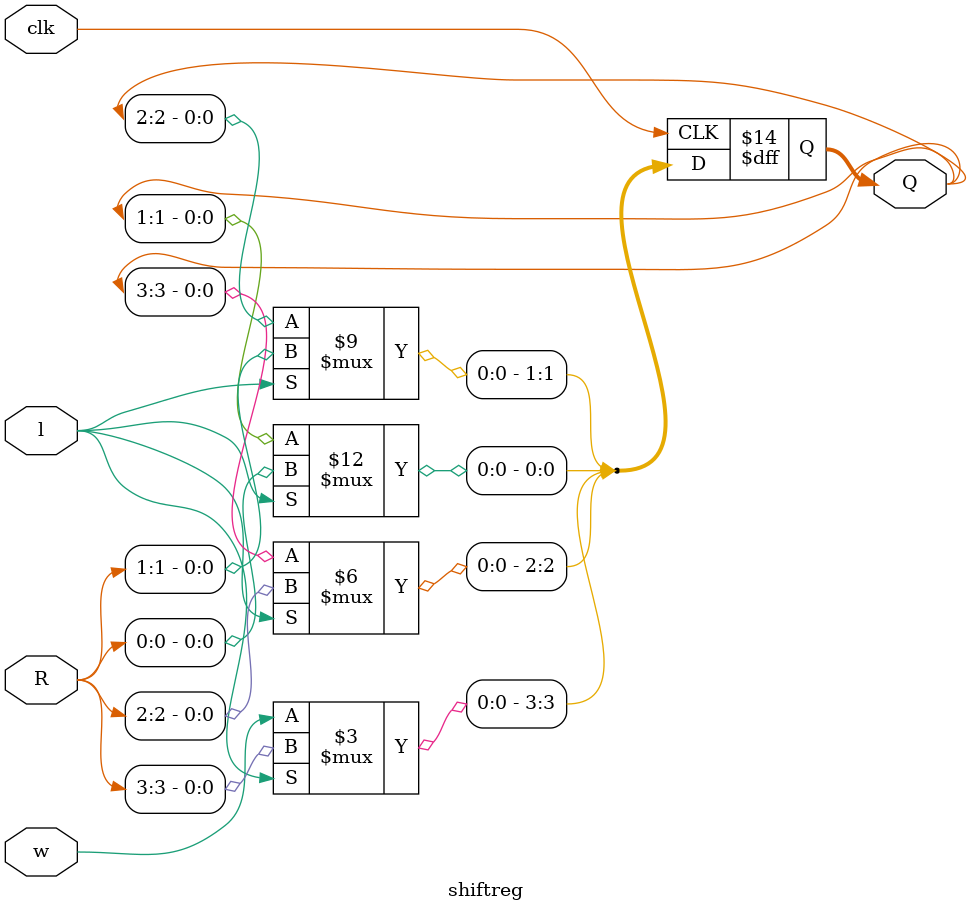
<source format=v>
`timescale 1ns / 1ps
module shiftreg(
R, l, w, clk, Q
    );

input [3:0] R;
input l, w, clk;
output [3:0] Q;
reg [3:0] Q;
always @ (posedge clk)
if(l)
Q<=R;
else begin
Q[0]<=Q[1];
Q[1]<=Q[2];
Q[2]<=Q[3];
Q[3]<=w;
end

endmodule

</source>
